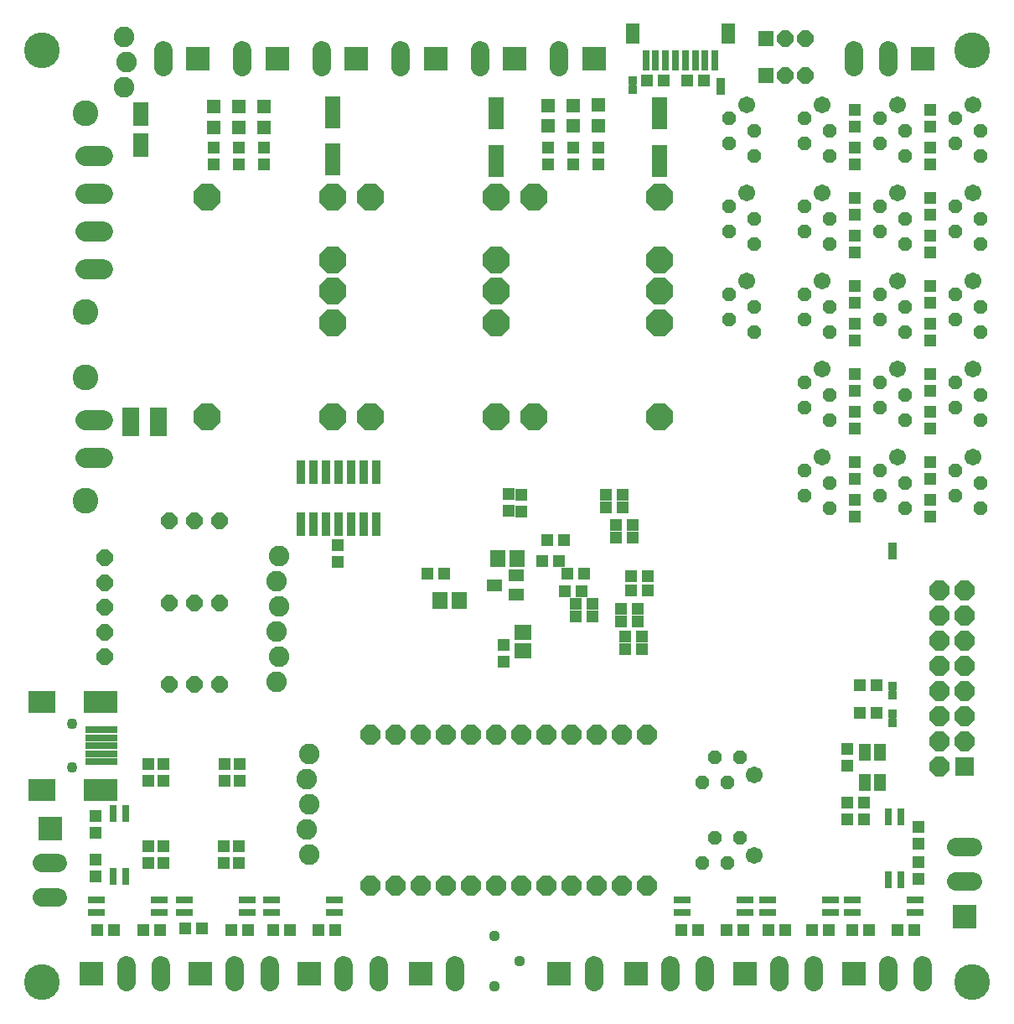
<source format=gts>
G75*
G70*
%OFA0B0*%
%FSLAX24Y24*%
%IPPOS*%
%LPD*%
%AMOC8*
5,1,8,0,0,1.08239X$1,22.5*
%
%ADD10C,0.1419*%
%ADD11R,0.0631X0.0946*%
%ADD12R,0.0631X0.1261*%
%ADD13OC8,0.1080*%
%ADD14OC8,0.0640*%
%ADD15R,0.0710X0.1143*%
%ADD16C,0.0789*%
%ADD17C,0.1025*%
%ADD18R,0.0513X0.0474*%
%ADD19R,0.0474X0.0513*%
%ADD20C,0.0440*%
%ADD21OC8,0.0552*%
%ADD22C,0.0671*%
%ADD23R,0.0330X0.0330*%
%ADD24R,0.0315X0.0157*%
%ADD25R,0.0671X0.0592*%
%ADD26R,0.0592X0.0671*%
%ADD27R,0.1064X0.0867*%
%ADD28R,0.1379X0.0867*%
%ADD29R,0.1300X0.0277*%
%ADD30C,0.0434*%
%ADD31C,0.0820*%
%ADD32R,0.0780X0.0780*%
%ADD33OC8,0.0780*%
%ADD34R,0.0320X0.0950*%
%ADD35R,0.0316X0.0671*%
%ADD36R,0.0671X0.0316*%
%ADD37R,0.0316X0.0789*%
%ADD38R,0.0552X0.0789*%
%ADD39R,0.0940X0.0940*%
%ADD40C,0.0730*%
%ADD41R,0.0640X0.0640*%
%ADD42R,0.0552X0.0552*%
%ADD43R,0.0631X0.0474*%
%ADD44R,0.0513X0.0671*%
D10*
X005677Y003078D03*
X042685Y003078D03*
X042685Y040086D03*
X005677Y040086D03*
D11*
X009596Y037577D03*
X009596Y036317D03*
D12*
X017246Y035752D03*
X017246Y037642D03*
X023746Y037592D03*
X023746Y035702D03*
X030246Y035702D03*
X030246Y037592D03*
D13*
X030246Y034272D03*
X030246Y031772D03*
X030246Y030522D03*
X030246Y029272D03*
X030246Y025522D03*
X025246Y025522D03*
X023746Y025522D03*
X023746Y029272D03*
X023746Y030522D03*
X023746Y031772D03*
X023746Y034272D03*
X025246Y034272D03*
X018746Y034272D03*
X017246Y034272D03*
X017246Y031772D03*
X017246Y030522D03*
X017246Y029272D03*
X017246Y025522D03*
X018746Y025522D03*
X012246Y025522D03*
X012246Y034272D03*
D14*
X011746Y021397D03*
X010746Y021397D03*
X012746Y021397D03*
X012746Y018147D03*
X011746Y018147D03*
X010746Y018147D03*
X008179Y017960D03*
X008179Y016976D03*
X008179Y015992D03*
X010746Y014897D03*
X011746Y014897D03*
X012746Y014897D03*
X008179Y018944D03*
X008179Y019929D03*
X035245Y039101D03*
X036032Y039101D03*
X036032Y040573D03*
X035245Y040573D03*
D15*
X010298Y025347D03*
X009195Y025347D03*
D16*
X008101Y025397D02*
X007392Y025397D01*
X007392Y023897D02*
X008101Y023897D01*
X008101Y031397D02*
X007392Y031397D01*
X007392Y032897D02*
X008101Y032897D01*
X008101Y034397D02*
X007392Y034397D01*
X007392Y035897D02*
X008101Y035897D01*
D17*
X007392Y037590D03*
X007392Y029704D03*
X007392Y027090D03*
X007392Y022204D03*
D18*
X009896Y011732D03*
X009896Y011063D03*
X007796Y009682D03*
X007796Y009013D03*
X007796Y007932D03*
X007796Y007263D03*
X009896Y007813D03*
X009896Y008482D03*
X012896Y008482D03*
X012896Y007813D03*
X012946Y011063D03*
X012946Y011732D03*
X021012Y019297D03*
X021681Y019297D03*
X025562Y019797D03*
X026231Y019797D03*
X026562Y019297D03*
X027231Y019297D03*
X027131Y018597D03*
X026912Y018097D03*
X027581Y018097D03*
X026462Y018597D03*
X026431Y020647D03*
X025762Y020647D03*
X028112Y022447D03*
X028781Y022447D03*
X028512Y021247D03*
X029181Y021247D03*
X029112Y019197D03*
X029781Y019197D03*
X029381Y017397D03*
X028712Y017397D03*
X028862Y016297D03*
X029531Y016297D03*
X037696Y012332D03*
X037696Y011663D03*
X040546Y009232D03*
X040546Y008563D03*
X040546Y007832D03*
X040546Y007163D03*
X038886Y014850D03*
X038217Y014850D03*
X037996Y021563D03*
X037996Y022232D03*
X037996Y023063D03*
X037996Y023732D03*
X037996Y025063D03*
X037996Y025732D03*
X037996Y026563D03*
X037996Y027232D03*
X037996Y028563D03*
X037996Y029232D03*
X037996Y030063D03*
X037996Y030732D03*
X037996Y032063D03*
X037996Y032732D03*
X037996Y033563D03*
X037996Y034232D03*
X037996Y035563D03*
X037996Y036232D03*
X037996Y037063D03*
X037996Y037732D03*
X040996Y037732D03*
X040996Y037063D03*
X040996Y036232D03*
X040996Y035563D03*
X040996Y034232D03*
X040996Y033563D03*
X040996Y032732D03*
X040996Y032063D03*
X040996Y030732D03*
X040996Y030063D03*
X040996Y029232D03*
X040996Y028563D03*
X040996Y027232D03*
X040996Y026563D03*
X040996Y025732D03*
X040996Y025063D03*
X040996Y023732D03*
X040996Y023063D03*
X040996Y022232D03*
X040996Y021563D03*
X027796Y035563D03*
X027796Y036232D03*
X026796Y036232D03*
X026796Y035563D03*
X025796Y035563D03*
X025796Y036232D03*
X014496Y036232D03*
X014496Y035563D03*
X013496Y035563D03*
X013496Y036232D03*
X012496Y036232D03*
X012496Y035563D03*
D19*
X024246Y022482D03*
X024746Y022432D03*
X024746Y021763D03*
X024246Y021813D03*
X028112Y021947D03*
X028781Y021947D03*
X028512Y020747D03*
X029181Y020747D03*
X029112Y018647D03*
X029781Y018647D03*
X029381Y017897D03*
X028712Y017897D03*
X028862Y016797D03*
X029531Y016797D03*
X027581Y017597D03*
X026912Y017597D03*
X024046Y016482D03*
X024046Y015813D03*
X017446Y019768D03*
X017446Y020437D03*
X013546Y011732D03*
X013546Y011063D03*
X013496Y008482D03*
X013496Y007813D03*
X013212Y005147D03*
X013881Y005147D03*
X014862Y005147D03*
X015531Y005147D03*
X016662Y005147D03*
X017331Y005147D03*
X012031Y005197D03*
X011362Y005197D03*
X010381Y005147D03*
X009712Y005147D03*
X008531Y005147D03*
X007862Y005147D03*
X010496Y007813D03*
X010496Y008482D03*
X010496Y011063D03*
X010496Y011732D03*
X031112Y005147D03*
X031781Y005147D03*
X032912Y005147D03*
X033581Y005147D03*
X034562Y005147D03*
X035231Y005147D03*
X036312Y005147D03*
X036981Y005147D03*
X037912Y005147D03*
X038581Y005147D03*
X039712Y005147D03*
X040381Y005147D03*
X038381Y009547D03*
X037712Y009547D03*
X037712Y010197D03*
X038381Y010197D03*
X038206Y013757D03*
X038875Y013757D03*
X031996Y038897D03*
X031327Y038897D03*
X030422Y038897D03*
X029752Y038897D03*
D20*
X023681Y004897D03*
X024681Y003897D03*
X023681Y002897D03*
D21*
X031946Y007797D03*
X032946Y007797D03*
X032446Y008797D03*
X033446Y008797D03*
X032946Y010997D03*
X031946Y010997D03*
X032446Y011997D03*
X033446Y011997D03*
X036996Y021897D03*
X036996Y022897D03*
X035996Y022397D03*
X035996Y023397D03*
X036996Y025397D03*
X036996Y026397D03*
X035996Y025897D03*
X035996Y026897D03*
X036996Y028897D03*
X036996Y029897D03*
X035996Y029397D03*
X035996Y030397D03*
X033996Y029897D03*
X033996Y028897D03*
X032996Y029397D03*
X032996Y030397D03*
X033996Y032397D03*
X033996Y033397D03*
X032996Y032897D03*
X032996Y033897D03*
X033996Y035897D03*
X033996Y036897D03*
X032996Y036397D03*
X032996Y037397D03*
X035996Y037397D03*
X036996Y036897D03*
X036996Y035897D03*
X035996Y036397D03*
X035996Y033897D03*
X035996Y032897D03*
X036996Y032397D03*
X036996Y033397D03*
X038996Y032897D03*
X038996Y033897D03*
X039996Y033397D03*
X039996Y032397D03*
X041996Y032897D03*
X041996Y033897D03*
X042996Y033397D03*
X042996Y032397D03*
X041996Y030397D03*
X041996Y029397D03*
X042996Y028897D03*
X042996Y029897D03*
X041996Y026897D03*
X042996Y026397D03*
X042996Y025397D03*
X041996Y025897D03*
X039996Y025397D03*
X039996Y026397D03*
X038996Y025897D03*
X038996Y026897D03*
X039996Y028897D03*
X039996Y029897D03*
X038996Y029397D03*
X038996Y030397D03*
X039996Y035897D03*
X039996Y036897D03*
X038996Y036397D03*
X038996Y037397D03*
X041996Y037397D03*
X042996Y036897D03*
X042996Y035897D03*
X041996Y036397D03*
X041996Y023397D03*
X041996Y022397D03*
X042996Y021897D03*
X042996Y022897D03*
X039996Y022897D03*
X039996Y021897D03*
X038996Y022397D03*
X038996Y023397D03*
D22*
X039705Y023948D03*
X042705Y023948D03*
X042705Y027448D03*
X039705Y027448D03*
X036705Y027448D03*
X036705Y030948D03*
X033705Y030948D03*
X033705Y034448D03*
X036705Y034448D03*
X039705Y034448D03*
X042705Y034448D03*
X042705Y030948D03*
X039705Y030948D03*
X036705Y023948D03*
X033998Y011289D03*
X033998Y008089D03*
X033705Y037948D03*
X036705Y037948D03*
X039705Y037948D03*
X042705Y037948D03*
D23*
X032677Y038483D03*
X032677Y038843D03*
X029177Y038887D03*
X029177Y038527D03*
X039496Y020377D03*
X039496Y020017D03*
X039496Y014827D03*
X039496Y014467D03*
X039496Y013727D03*
X039496Y013367D03*
D24*
X039496Y013547D03*
X039496Y014647D03*
X039496Y020197D03*
X032677Y038663D03*
X029177Y038707D03*
D25*
X024796Y016971D03*
X024796Y016223D03*
D26*
X022270Y018247D03*
X021522Y018247D03*
X023822Y019897D03*
X024570Y019897D03*
D27*
X005678Y014206D03*
X005678Y010702D03*
D28*
X008001Y010702D03*
X008001Y014206D03*
D29*
X008040Y013084D03*
X008040Y012769D03*
X008040Y012454D03*
X008040Y012139D03*
X008040Y011824D03*
D30*
X006859Y011588D03*
X006859Y013320D03*
D31*
X015002Y014992D03*
X015102Y015992D03*
X015002Y016992D03*
X015102Y017992D03*
X015002Y018992D03*
X015102Y019992D03*
X016296Y012147D03*
X016196Y011147D03*
X016296Y010147D03*
X016196Y009147D03*
X016296Y008147D03*
X008946Y038647D03*
X009046Y039647D03*
X008946Y040647D03*
D32*
X042364Y011647D03*
D33*
X041364Y011647D03*
X041364Y012647D03*
X041364Y013647D03*
X042364Y013647D03*
X042364Y012647D03*
X042364Y014647D03*
X041364Y014647D03*
X041364Y015647D03*
X041364Y016647D03*
X041364Y017647D03*
X041364Y018647D03*
X042364Y018647D03*
X042364Y017647D03*
X042364Y016647D03*
X042364Y015647D03*
X029746Y012897D03*
X028746Y012897D03*
X027746Y012897D03*
X026746Y012897D03*
X025746Y012897D03*
X024746Y012897D03*
X023746Y012897D03*
X022746Y012897D03*
X021746Y012897D03*
X020746Y012897D03*
X019746Y012897D03*
X018746Y012897D03*
X018746Y006897D03*
X019746Y006897D03*
X020746Y006897D03*
X021746Y006897D03*
X022746Y006897D03*
X023746Y006897D03*
X024746Y006897D03*
X025746Y006897D03*
X026746Y006897D03*
X027746Y006897D03*
X028746Y006897D03*
X029746Y006897D03*
D34*
X018959Y021268D03*
X018459Y021268D03*
X017959Y021268D03*
X017459Y021268D03*
X016959Y021268D03*
X016459Y021268D03*
X015959Y021268D03*
X015959Y023318D03*
X016459Y023318D03*
X016959Y023318D03*
X017459Y023318D03*
X017959Y023318D03*
X018459Y023318D03*
X018959Y023318D03*
D35*
X009007Y009758D03*
X008507Y009758D03*
X008507Y007258D03*
X009007Y007258D03*
X039351Y007147D03*
X039851Y007147D03*
X039851Y009647D03*
X039351Y009647D03*
D36*
X040396Y006347D03*
X040396Y005847D03*
X037896Y005847D03*
X037896Y006347D03*
X037046Y006347D03*
X037046Y005847D03*
X034546Y005847D03*
X034546Y006347D03*
X033646Y006347D03*
X033646Y005847D03*
X031146Y005847D03*
X031146Y006347D03*
X017296Y006347D03*
X017296Y005847D03*
X014796Y005847D03*
X014796Y006347D03*
X013846Y006347D03*
X013846Y005847D03*
X011346Y005847D03*
X011346Y006347D03*
X010346Y006347D03*
X010346Y005847D03*
X007846Y005847D03*
X007846Y006347D03*
D37*
X029693Y039712D03*
X030087Y039712D03*
X030481Y039712D03*
X030874Y039712D03*
X031268Y039712D03*
X031662Y039712D03*
X032055Y039712D03*
X032449Y039712D03*
D38*
X032961Y040756D03*
X029181Y040756D03*
D39*
X027626Y039767D03*
X024477Y039767D03*
X021327Y039767D03*
X018177Y039767D03*
X015028Y039767D03*
X011878Y039767D03*
X040717Y039767D03*
X005996Y009181D03*
X007646Y003397D03*
X011977Y003397D03*
X016307Y003397D03*
X020736Y003397D03*
X026248Y003397D03*
X029299Y003397D03*
X033630Y003397D03*
X037961Y003397D03*
X042366Y005675D03*
D40*
X042691Y007053D02*
X042042Y007053D01*
X042042Y008431D02*
X042691Y008431D01*
X040717Y003722D02*
X040717Y003072D01*
X039339Y003072D02*
X039339Y003722D01*
X036386Y003722D02*
X036386Y003072D01*
X035008Y003072D02*
X035008Y003722D01*
X032055Y003722D02*
X032055Y003072D01*
X030677Y003072D02*
X030677Y003722D01*
X027626Y003722D02*
X027626Y003072D01*
X022114Y003072D02*
X022114Y003722D01*
X019063Y003722D02*
X019063Y003072D01*
X017685Y003072D02*
X017685Y003722D01*
X014733Y003722D02*
X014733Y003072D01*
X013355Y003072D02*
X013355Y003722D01*
X010402Y003722D02*
X010402Y003072D01*
X009024Y003072D02*
X009024Y003722D01*
X006321Y006425D02*
X005672Y006425D01*
X005672Y007803D02*
X006321Y007803D01*
X010500Y039443D02*
X010500Y040092D01*
X013650Y040092D02*
X013650Y039443D01*
X016799Y039443D02*
X016799Y040092D01*
X019949Y040092D02*
X019949Y039443D01*
X023099Y039443D02*
X023099Y040092D01*
X026248Y040092D02*
X026248Y039443D01*
X037961Y039443D02*
X037961Y040092D01*
X039339Y040092D02*
X039339Y039443D01*
D41*
X034457Y039101D03*
X034457Y040573D03*
D42*
X027796Y037920D03*
X027796Y037093D03*
X026796Y037084D03*
X026796Y037911D03*
X025796Y037911D03*
X025796Y037084D03*
X014496Y037042D03*
X014496Y037869D03*
X013496Y037868D03*
X013496Y037041D03*
X012496Y037041D03*
X012496Y037868D03*
D43*
X024529Y019221D03*
X024529Y018473D03*
X023663Y018847D03*
D44*
X038401Y012188D03*
X038992Y012188D03*
X038992Y011007D03*
X038401Y011007D03*
M02*

</source>
